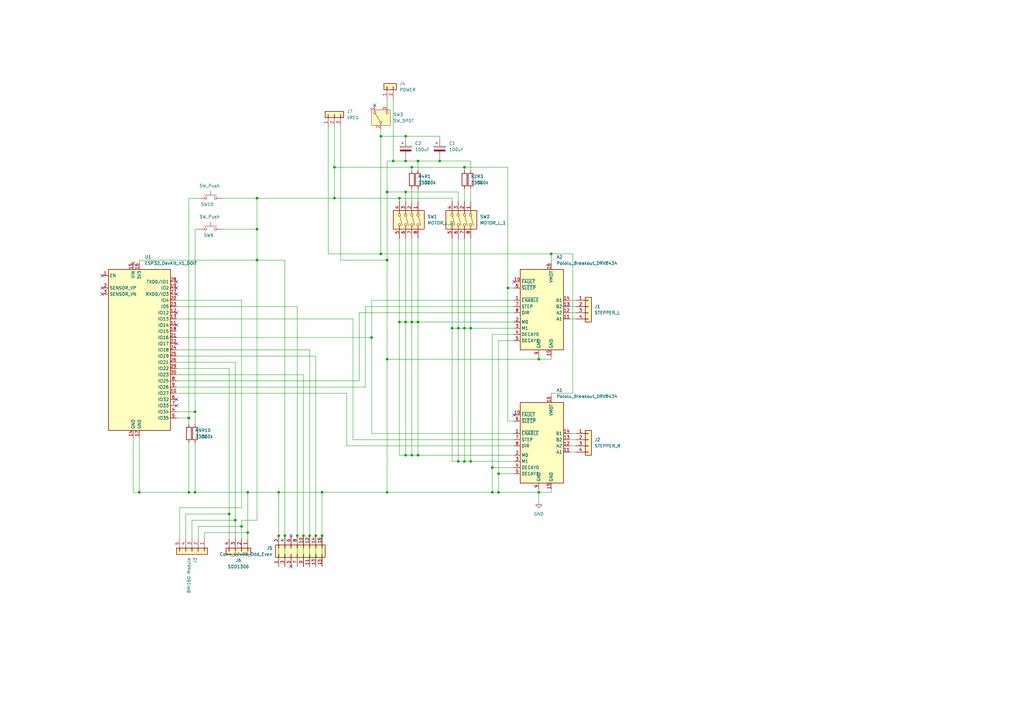
<source format=kicad_sch>
(kicad_sch (version 20230121) (generator eeschema)
  (paper "A3")
  (lib_symbols
    (symbol "Connector_Generic:Conn_01x02" (pin_names (offset 1.016) hide)
      (property "Reference" "J" (at 0 2.54 0))
      (property "Value" "Conn_01x02" (at 0 -5.08 0))
      (symbol "Conn_01x02_1_1"
        (rectangle (start -1.27 -2.413) (end 0 -2.667) (stroke (width 0.1524)))
        (rectangle (start -1.27 0.127) (end 0 -0.127) (stroke (width 0.1524)))
        (rectangle (start -1.27 1.27) (end 1.27 -3.81) (stroke (width 0.254)) (fill (type background)))
        (pin passive line (at -5.08 0 0) (length 3.81) (name "Pin_1") (number "1"))
        (pin passive line (at -5.08 -2.54 0) (length 3.81) (name "Pin_2") (number "2"))
      )
    )
    (symbol "Connector_Generic:Conn_01x03" (pin_names (offset 1.016) hide)
      (property "Reference" "J" (at 0 5.08 0))
      (property "Value" "Conn_01x03" (at 0 -5.08 0))
      (symbol "Conn_01x03_1_1"
        (rectangle (start -1.27 -2.413) (end 0 -2.667) (stroke (width 0.1524)))
        (rectangle (start -1.27 0.127) (end 0 -0.127) (stroke (width 0.1524)))
        (rectangle (start -1.27 2.667) (end 0 2.413) (stroke (width 0.1524)))
        (rectangle (start -1.27 3.81) (end 1.27 -3.81) (stroke (width 0.254)) (fill (type background)))
        (pin passive line (at -5.08 2.54 0) (length 3.81) (name "Pin_1") (number "1"))
        (pin passive line (at -5.08 0 0) (length 3.81) (name "Pin_2") (number "2"))
        (pin passive line (at -5.08 -2.54 0) (length 3.81) (name "Pin_3") (number "3"))
      )
    )
    (symbol "Connector_Generic:Conn_01x04" (pin_names (offset 1.016) hide)
      (property "Reference" "J" (at 0 5.08 0))
      (property "Value" "Conn_01x04" (at 0 -7.62 0))
      (symbol "Conn_01x04_1_1"
        (rectangle (start -1.27 -4.953) (end 0 -5.207) (stroke (width 0.1524)))
        (rectangle (start -1.27 -2.413) (end 0 -2.667) (stroke (width 0.1524)))
        (rectangle (start -1.27 0.127) (end 0 -0.127) (stroke (width 0.1524)))
        (rectangle (start -1.27 2.667) (end 0 2.413) (stroke (width 0.1524)))
        (rectangle (start -1.27 3.81) (end 1.27 -6.35) (stroke (width 0.254)) (fill (type background)))
        (pin passive line (at -5.08 2.54 0) (length 3.81) (name "Pin_1") (number "1"))
        (pin passive line (at -5.08 0 0) (length 3.81) (name "Pin_2") (number "2"))
        (pin passive line (at -5.08 -2.54 0) (length 3.81) (name "Pin_3") (number "3"))
        (pin passive line (at -5.08 -5.08 0) (length 3.81) (name "Pin_4") (number "4"))
      )
    )
    (symbol "Connector_Generic:Conn_01x05" (pin_names (offset 1.016) hide)
      (property "Reference" "J" (at 0 7.62 0))
      (property "Value" "Conn_01x05" (at 0 -7.62 0))
      (symbol "Conn_01x05_1_1"
        (rectangle (start -1.27 -4.953) (end 0 -5.207) (stroke (width 0.1524)))
        (rectangle (start -1.27 -2.413) (end 0 -2.667) (stroke (width 0.1524)))
        (rectangle (start -1.27 0.127) (end 0 -0.127) (stroke (width 0.1524)))
        (rectangle (start -1.27 2.667) (end 0 2.413) (stroke (width 0.1524)))
        (rectangle (start -1.27 5.207) (end 0 4.953) (stroke (width 0.1524)))
        (rectangle (start -1.27 6.35) (end 1.27 -6.35) (stroke (width 0.254)) (fill (type background)))
        (pin passive line (at -5.08 5.08 0) (length 3.81) (name "Pin_1") (number "1"))
        (pin passive line (at -5.08 2.54 0) (length 3.81) (name "Pin_2") (number "2"))
        (pin passive line (at -5.08 0 0) (length 3.81) (name "Pin_3") (number "3"))
        (pin passive line (at -5.08 -2.54 0) (length 3.81) (name "Pin_4") (number "4"))
        (pin passive line (at -5.08 -5.08 0) (length 3.81) (name "Pin_5") (number "5"))
      )
    )
    (symbol "Connector_Generic:Conn_02x08_Odd_Even" (pin_names (offset 1.016) hide)
      (property "Reference" "J" (at 1.27 10.16 0))
      (property "Value" "Conn_02x08_Odd_Even" (at 1.27 -12.7 0))
      (symbol "Conn_02x08_Odd_Even_1_1"
        (rectangle (start -1.27 -10.033) (end 0 -10.287) (stroke (width 0.1524)))
        (rectangle (start -1.27 -7.493) (end 0 -7.747) (stroke (width 0.1524)))
        (rectangle (start -1.27 -4.953) (end 0 -5.207) (stroke (width 0.1524)))
        (rectangle (start -1.27 -2.413) (end 0 -2.667) (stroke (width 0.1524)))
        (rectangle (start -1.27 0.127) (end 0 -0.127) (stroke (width 0.1524)))
        (rectangle (start -1.27 2.667) (end 0 2.413) (stroke (width 0.1524)))
        (rectangle (start -1.27 5.207) (end 0 4.953) (stroke (width 0.1524)))
        (rectangle (start -1.27 7.747) (end 0 7.493) (stroke (width 0.1524)))
        (rectangle (start -1.27 8.89) (end 3.81 -11.43) (stroke (width 0.254)) (fill (type background)))
        (rectangle (start 3.81 -10.033) (end 2.54 -10.287) (stroke (width 0.1524)))
        (rectangle (start 3.81 -7.493) (end 2.54 -7.747) (stroke (width 0.1524)))
        (rectangle (start 3.81 -4.953) (end 2.54 -5.207) (stroke (width 0.1524)))
        (rectangle (start 3.81 -2.413) (end 2.54 -2.667) (stroke (width 0.1524)))
        (rectangle (start 3.81 0.127) (end 2.54 -0.127) (stroke (width 0.1524)))
        (rectangle (start 3.81 2.667) (end 2.54 2.413) (stroke (width 0.1524)))
        (rectangle (start 3.81 5.207) (end 2.54 4.953) (stroke (width 0.1524)))
        (rectangle (start 3.81 7.747) (end 2.54 7.493) (stroke (width 0.1524)))
        (pin passive line (at -5.08 7.62 0) (length 3.81) (name "Pin_1") (number "1"))
        (pin passive line (at 7.62 -2.54 180) (length 3.81) (name "Pin_10") (number "10"))
        (pin passive line (at -5.08 -5.08 0) (length 3.81) (name "Pin_11") (number "11"))
        (pin passive line (at 7.62 -5.08 180) (length 3.81) (name "Pin_12") (number "12"))
        (pin passive line (at -5.08 -7.62 0) (length 3.81) (name "Pin_13") (number "13"))
        (pin passive line (at 7.62 -7.62 180) (length 3.81) (name "Pin_14") (number "14"))
        (pin passive line (at -5.08 -10.16 0) (length 3.81) (name "Pin_15") (number "15"))
        (pin passive line (at 7.62 -10.16 180) (length 3.81) (name "Pin_16") (number "16"))
        (pin passive line (at 7.62 7.62 180) (length 3.81) (name "Pin_2") (number "2"))
        (pin passive line (at -5.08 5.08 0) (length 3.81) (name "Pin_3") (number "3"))
        (pin passive line (at 7.62 5.08 180) (length 3.81) (name "Pin_4") (number "4"))
        (pin passive line (at -5.08 2.54 0) (length 3.81) (name "Pin_5") (number "5"))
        (pin passive line (at 7.62 2.54 180) (length 3.81) (name "Pin_6") (number "6"))
        (pin passive line (at -5.08 0 0) (length 3.81) (name "Pin_7") (number "7"))
        (pin passive line (at 7.62 0 180) (length 3.81) (name "Pin_8") (number "8"))
        (pin passive line (at -5.08 -2.54 0) (length 3.81) (name "Pin_9") (number "9"))
      )
    )
    (symbol "Device:C_Polarized" (pin_numbers hide) (pin_names (offset 0.254))
      (property "Reference" "C" (at 0.635 2.54 0))
      (property "Value" "C_Polarized" (at 0.635 -2.54 0))
      (symbol "C_Polarized_0_1"
        (rectangle (start -2.286 0.508) (end 2.286 1.016))
        (polyline (pts (xy -1.778 2.286) (xy -0.762 2.286)))
        (polyline (pts (xy -1.27 2.794) (xy -1.27 1.778)))
        (rectangle (start 2.286 -0.508) (end -2.286 -1.016) (fill (type outline)))
      )
      (symbol "C_Polarized_1_1"
        (pin passive line (at 0 3.81 270) (length 2.794) (name "~") (number "1"))
        (pin passive line (at 0 -3.81 90) (length 2.794) (name "~") (number "2"))
      )
    )
    (symbol "Device:R" (pin_numbers hide) (pin_names (offset 0))
      (property "Reference" "R" (at 2.032 0 90))
      (property "Value" "R" (at 0 0 90))
      (symbol "R_0_1"
        (rectangle (start -1.016 -2.54) (end 1.016 2.54) (stroke (width 0.254)))
      )
      (symbol "R_1_1"
        (pin passive line (at 0 3.81 270) (length 1.27) (name "~") (number "1"))
        (pin passive line (at 0 -3.81 90) (length 1.27) (name "~") (number "2"))
      )
    )
    (symbol "Pololu_Breakout_A4988_1"
      (property "Reference" "A2" (at 7.2741 20.32 0))
      (property "Value" "Pololu_Breakout_DRV8434" (at 7.2741 17.78 0))
      (symbol "Pololu_Breakout_A4988_1_0_1"
        (rectangle (start 10.16 -17.78) (end -7.62 15.24) (stroke (width 0.254)) (fill (type background)))
      )
      (symbol "Pololu_Breakout_A4988_1_1_1"
        (pin input line (at -10.16 2.54 0) (length 2.54) (name "~{ENABLE}") (number "1"))
        (pin input line (at -10.16 10.16 0) (length 2.54) (name "~{FAULT}") (number "10"))
        (pin output line (at 12.7 -5.08 180) (length 2.54) (name "A1") (number "11"))
        (pin output line (at 12.7 -2.54 180) (length 2.54) (name "A2") (number "12"))
        (pin output line (at 12.7 0 180) (length 2.54) (name "B2") (number "13"))
        (pin output line (at 12.7 2.54 180) (length 2.54) (name "B1") (number "14"))
        (pin power_in line (at 5.08 -20.32 90) (length 2.54) (name "GND") (number "15"))
        (pin power_in line (at 5.08 17.78 270) (length 2.54) (name "VMOT") (number "16"))
        (pin input line (at -10.16 -6.35 0) (length 2.54) (name "M0") (number "2"))
        (pin input line (at -10.16 -8.89 0) (length 2.54) (name "M1") (number "3"))
        (pin input line (at -10.16 -11.43 0) (length 2.54) (name "DECAY0") (number "4"))
        (pin input line (at -10.16 -13.97 0) (length 2.54) (name "DECAY1") (number "5"))
        (pin input line (at -10.16 7.62 0) (length 2.54) (name "~{SLEEP}") (number "6"))
        (pin input line (at -10.16 0 0) (length 2.54) (name "STEP") (number "7"))
        (pin input line (at -10.16 -2.54 0) (length 2.54) (name "DIR") (number "8"))
        (pin power_in line (at 0 -20.32 90) (length 2.54) (name "GND") (number "9"))
      )
    )
    (symbol "Switch:SW_DIP_x04" (pin_names (offset 0) hide)
      (property "Reference" "SW" (at 0 8.89 0))
      (property "Value" "SW_DIP_x04" (at 0 -6.35 0))
      (symbol "SW_DIP_x04_0_0"
        (circle (center -2.032 -2.54) (radius 0.508))
        (circle (center -2.032 0) (radius 0.508))
        (circle (center -2.032 2.54) (radius 0.508))
        (circle (center -2.032 5.08) (radius 0.508))
        (polyline (pts (xy -1.524 -2.3876) (xy 2.3622 -1.3462)))
        (polyline (pts (xy -1.524 0.127) (xy 2.3622 1.1684)))
        (polyline (pts (xy -1.524 2.667) (xy 2.3622 3.7084)))
        (polyline (pts (xy -1.524 5.207) (xy 2.3622 6.2484)))
        (circle (center 2.032 -2.54) (radius 0.508))
        (circle (center 2.032 0) (radius 0.508))
        (circle (center 2.032 2.54) (radius 0.508))
        (circle (center 2.032 5.08) (radius 0.508))
      )
      (symbol "SW_DIP_x04_0_1"
        (rectangle (start -3.81 7.62) (end 3.81 -5.08) (stroke (width 0.254)) (fill (type background)))
      )
      (symbol "SW_DIP_x04_1_1"
        (pin passive line (at -7.62 5.08 0) (length 5.08) (name "~") (number "1"))
        (pin passive line (at -7.62 2.54 0) (length 5.08) (name "~") (number "2"))
        (pin passive line (at -7.62 0 0) (length 5.08) (name "~") (number "3"))
        (pin passive line (at -7.62 -2.54 0) (length 5.08) (name "~") (number "4"))
        (pin passive line (at 7.62 -2.54 180) (length 5.08) (name "~") (number "5"))
        (pin passive line (at 7.62 0 180) (length 5.08) (name "~") (number "6"))
        (pin passive line (at 7.62 2.54 180) (length 5.08) (name "~") (number "7"))
        (pin passive line (at 7.62 5.08 180) (length 5.08) (name "~") (number "8"))
      )
    )
    (symbol "Switch:SW_Push" (pin_numbers hide) (pin_names (offset 1.016) hide)
      (property "Reference" "SW" (at 1.27 2.54 0))
      (property "Value" "SW_Push" (at 0 -1.524 0))
      (symbol "SW_Push_0_1"
        (circle (center -2.032 0) (radius 0.508))
        (polyline (pts (xy 0 1.27) (xy 0 3.048)))
        (polyline (pts (xy 2.54 1.27) (xy -2.54 1.27)))
        (circle (center 2.032 0) (radius 0.508))
        (pin passive line (at -5.08 0 0) (length 2.54) (name "1") (number "1"))
        (pin passive line (at 5.08 0 180) (length 2.54) (name "2") (number "2"))
      )
    )
    (symbol "Switch:SW_SPDT" (pin_names (offset 0) hide)
      (property "Reference" "SW" (at 0 5.08 0))
      (property "Value" "SW_SPDT" (at 0 -5.08 0))
      (symbol "SW_SPDT_0_1"
        (circle (center -2.032 0) (radius 0.4572))
        (polyline (pts (xy -1.651 0.254) (xy 1.651 2.286)))
        (circle (center 2.032 -2.54) (radius 0.4572))
        (circle (center 2.032 2.54) (radius 0.4572))
      )
      (symbol "SW_SPDT_1_1"
        (rectangle (start -3.175 3.81) (end 3.175 -3.81) (fill (type background)))
        (pin passive line (at 5.08 2.54 180) (length 2.54) (name "A") (number "1"))
        (pin passive line (at -5.08 0 0) (length 2.54) (name "B") (number "2"))
        (pin passive line (at 5.08 -2.54 180) (length 2.54) (name "C") (number "3"))
      )
    )
    (symbol "boards:ESP32_DevKit_V1_DOIT"
      (property "Reference" "U" (at -11.43 34.29 0))
      (property "Value" "ESP32_DevKit_V1_DOIT" (at 11.43 34.29 0))
      (symbol "ESP32_DevKit_V1_DOIT_1_1"
        (rectangle (start -12.7 33.02) (end 12.7 -33.02) (stroke (width 0.254)) (fill (type background)))
        (pin input line (at -15.24 30.48 0) (length 2.54) (name "EN") (number "1"))
        (pin bidirectional line (at 15.24 -17.78 180) (length 2.54) (name "IO27") (number "10"))
        (pin bidirectional line (at 15.24 10.16 180) (length 2.54) (name "IO14") (number "11"))
        (pin bidirectional line (at 15.24 15.24 180) (length 2.54) (name "IO12") (number "12"))
        (pin bidirectional line (at 15.24 12.7 180) (length 2.54) (name "IO13") (number "13"))
        (pin power_in line (at -2.54 -35.56 90) (length 2.54) (name "GND") (number "14"))
        (pin power_in line (at -2.54 35.56 270) (length 2.54) (name "VIN") (number "15"))
        (pin power_in line (at 0 35.56 270) (length 2.54) (name "3V3") (number "16"))
        (pin power_in line (at 0 -35.56 90) (length 2.54) (name "GND") (number "17"))
        (pin bidirectional line (at 15.24 7.62 180) (length 2.54) (name "IO15") (number "18"))
        (pin bidirectional line (at 15.24 25.4 180) (length 2.54) (name "IO2") (number "19"))
        (pin input line (at -15.24 25.4 0) (length 2.54) (name "SENSOR_VP") (number "2"))
        (pin bidirectional line (at 15.24 20.32 180) (length 2.54) (name "IO4") (number "20"))
        (pin bidirectional line (at 15.24 5.08 180) (length 2.54) (name "IO16") (number "21"))
        (pin bidirectional line (at 15.24 2.54 180) (length 2.54) (name "IO17") (number "22"))
        (pin bidirectional line (at 15.24 17.78 180) (length 2.54) (name "IO5") (number "23"))
        (pin bidirectional line (at 15.24 0 180) (length 2.54) (name "IO18") (number "24"))
        (pin bidirectional line (at 15.24 -2.54 180) (length 2.54) (name "IO19") (number "25"))
        (pin bidirectional line (at 15.24 -5.08 180) (length 2.54) (name "IO21") (number "26"))
        (pin bidirectional line (at 15.24 22.86 180) (length 2.54) (name "RXD0/IO3") (number "27"))
        (pin bidirectional line (at 15.24 27.94 180) (length 2.54) (name "TXD0/IO1") (number "28"))
        (pin bidirectional line (at 15.24 -7.62 180) (length 2.54) (name "IO22") (number "29"))
        (pin input line (at -15.24 22.86 0) (length 2.54) (name "SENSOR_VN") (number "3"))
        (pin bidirectional line (at 15.24 -10.16 180) (length 2.54) (name "IO23") (number "30"))
        (pin input line (at 15.24 -25.4 180) (length 2.54) (name "IO34") (number "4"))
        (pin input line (at 15.24 -27.94 180) (length 2.54) (name "IO35") (number "5"))
        (pin bidirectional line (at 15.24 -20.32 180) (length 2.54) (name "IO32") (number "6"))
        (pin bidirectional line (at 15.24 -22.86 180) (length 2.54) (name "IO33") (number "7"))
        (pin bidirectional line (at 15.24 -12.7 180) (length 2.54) (name "IO25") (number "8"))
        (pin bidirectional line (at 15.24 -15.24 180) (length 2.54) (name "IO26") (number "9"))
      )
    )
    (symbol "power:GND" (power) (pin_names (offset 0))
      (property "Value" "GND" (at 0 -3.81 0))
      (symbol "GND_0_1"
        (polyline (pts (xy 0 0) (xy 0 -1.27) (xy 1.27 -1.27) (xy 0 -2.54) (xy -1.27 -1.27) (xy 0 -1.27)))
      )
      (symbol "GND_1_1"
        (pin power_in line (at 0 0 270) (length 0) hide (name "GND") (number "1"))
      )
    )
  )
  (junction (at 114.3 219.71))
  (junction (at 105.41 93.98))
  (junction (at 105.41 81.28))
  (junction (at 156.21 55.88))
  (junction (at 57.15 201.93))
  (junction (at 163.83 132.08))
  (junction (at 77.47 171.45))
  (junction (at 171.45 132.08))
  (junction (at 156.21 104.14))
  (junction (at 190.5 134.62))
  (junction (at 99.06 215.9))
  (junction (at 166.37 78.74))
  (junction (at 80.01 201.93))
  (junction (at 124.46 219.71))
  (junction (at 201.93 201.93))
  (junction (at 168.91 132.08))
  (junction (at 190.5 68.58))
  (junction (at 158.75 147.32))
  (junction (at 101.6 201.93))
  (junction (at 101.6 218.44))
  (junction (at 204.47 201.93))
  (junction (at 166.37 55.88))
  (junction (at 187.96 134.62))
  (junction (at 171.45 66.04))
  (junction (at 168.91 68.58))
  (junction (at 152.4 138.43))
  (junction (at 193.04 189.23))
  (junction (at 180.34 66.04))
  (junction (at 185.42 134.62))
  (junction (at 80.01 168.91))
  (junction (at 132.08 219.71))
  (junction (at 158.75 201.93))
  (junction (at 96.52 213.36))
  (junction (at 220.98 147.32))
  (junction (at 116.84 219.71))
  (junction (at 220.98 201.93))
  (junction (at 127 219.71))
  (junction (at 129.54 219.71))
  (junction (at 163.83 81.28))
  (junction (at 93.98 210.82))
  (junction (at 168.91 186.69))
  (junction (at 158.75 78.74))
  (junction (at 137.16 81.28))
  (junction (at 105.41 106.68))
  (junction (at 161.29 66.04))
  (junction (at 158.75 106.68))
  (junction (at 190.5 189.23))
  (junction (at 171.45 186.69))
  (junction (at 132.08 201.93))
  (junction (at 208.28 118.11))
  (junction (at 193.04 134.62))
  (junction (at 204.47 194.31))
  (junction (at 166.37 132.08))
  (junction (at 201.93 191.77))
  (junction (at 77.47 201.93))
  (junction (at 137.16 68.58))
  (junction (at 166.37 186.69))
  (junction (at 166.37 66.04))
  (junction (at 114.3 201.93))
  (junction (at 226.06 104.14))
  (junction (at 187.96 189.23))
  (junction (at 121.92 219.71))
  (no_connect (at 119.38 219.71))
  (no_connect (at 72.39 120.65))
  (no_connect (at 54.61 107.95))
  (no_connect (at 72.39 118.11))
  (no_connect (at 210.82 115.57))
  (no_connect (at 72.39 128.27))
  (no_connect (at 41.91 113.03))
  (no_connect (at 41.91 120.65))
  (no_connect (at 119.38 232.41))
  (no_connect (at 72.39 115.57))
  (no_connect (at 72.39 140.97))
  (no_connect (at 72.39 133.35))
  (no_connect (at 41.91 118.11))
  (no_connect (at 153.67 43.18))
  (no_connect (at 72.39 166.37))
  (no_connect (at 210.82 170.18))
  (no_connect (at 72.39 163.83))
  (wire (pts (xy 233.68 180.34) (xy 236.22 180.34)))
  (wire (pts (xy 233.68 182.88) (xy 236.22 182.88)))
  (wire (pts (xy 144.78 180.34) (xy 210.82 180.34)))
  (wire (pts (xy 226.06 104.14) (xy 226.06 107.95)))
  (wire (pts (xy 72.39 158.75) (xy 149.86 158.75)))
  (wire (pts (xy 190.5 134.62) (xy 193.04 134.62)))
  (wire (pts (xy 220.98 201.93) (xy 204.47 201.93)))
  (wire (pts (xy 226.06 161.29) (xy 226.06 162.56)))
  (wire (pts (xy 81.28 220.98) (xy 81.28 215.9)))
  (wire (pts (xy 101.6 218.44) (xy 101.6 220.98)))
  (wire (pts (xy 180.34 55.88) (xy 166.37 55.88)))
  (wire (pts (xy 137.16 68.58) (xy 137.16 81.28)))
  (wire (pts (xy 166.37 78.74) (xy 187.96 78.74)))
  (wire (pts (xy 72.39 123.19) (xy 99.06 123.19)))
  (wire (pts (xy 180.34 57.15) (xy 180.34 55.88)))
  (wire (pts (xy 193.04 66.04) (xy 180.34 66.04)))
  (wire (pts (xy 168.91 97.79) (xy 168.91 132.08)))
  (wire (pts (xy 72.39 153.67) (xy 124.46 153.67)))
  (wire (pts (xy 96.52 213.36) (xy 96.52 148.59)))
  (wire (pts (xy 101.6 201.93) (xy 101.6 218.44)))
  (wire (pts (xy 144.78 130.81) (xy 144.78 180.34)))
  (wire (pts (xy 233.68 123.19) (xy 236.22 123.19)))
  (wire (pts (xy 234.95 104.14) (xy 234.95 161.29)))
  (wire (pts (xy 80.01 181.61) (xy 80.01 201.93)))
  (wire (pts (xy 185.42 97.79) (xy 185.42 134.62)))
  (wire (pts (xy 233.68 177.8) (xy 236.22 177.8)))
  (wire (pts (xy 80.01 93.98) (xy 80.01 168.91)))
  (wire (pts (xy 152.4 177.8) (xy 152.4 138.43)))
  (wire (pts (xy 134.62 52.07) (xy 134.62 104.14)))
  (wire (pts (xy 166.37 97.79) (xy 166.37 132.08)))
  (wire (pts (xy 147.32 128.27) (xy 210.82 128.27)))
  (wire (pts (xy 220.98 147.32) (xy 220.98 146.05)))
  (wire (pts (xy 163.83 97.79) (xy 163.83 132.08)))
  (wire (pts (xy 161.29 66.04) (xy 158.75 66.04)))
  (wire (pts (xy 166.37 186.69) (xy 168.91 186.69)))
  (wire (pts (xy 105.41 93.98) (xy 105.41 106.68)))
  (wire (pts (xy 166.37 132.08) (xy 168.91 132.08)))
  (wire (pts (xy 171.45 69.85) (xy 171.45 66.04)))
  (wire (pts (xy 193.04 134.62) (xy 193.04 189.23)))
  (wire (pts (xy 201.93 137.16) (xy 201.93 191.77)))
  (wire (pts (xy 91.44 81.28) (xy 105.41 81.28)))
  (wire (pts (xy 210.82 172.72) (xy 208.28 172.72)))
  (wire (pts (xy 99.06 215.9) (xy 99.06 213.36)))
  (wire (pts (xy 127 219.71) (xy 127 232.41)))
  (wire (pts (xy 166.37 66.04) (xy 161.29 66.04)))
  (wire (pts (xy 190.5 68.58) (xy 208.28 68.58)))
  (wire (pts (xy 137.16 81.28) (xy 163.83 81.28)))
  (wire (pts (xy 233.68 128.27) (xy 236.22 128.27)))
  (wire (pts (xy 201.93 201.93) (xy 158.75 201.93)))
  (wire (pts (xy 171.45 186.69) (xy 210.82 186.69)))
  (wire (pts (xy 114.3 201.93) (xy 132.08 201.93)))
  (wire (pts (xy 99.06 123.19) (xy 99.06 208.28)))
  (wire (pts (xy 190.5 77.47) (xy 190.5 82.55)))
  (wire (pts (xy 193.04 189.23) (xy 210.82 189.23)))
  (wire (pts (xy 163.83 81.28) (xy 185.42 81.28)))
  (wire (pts (xy 72.39 146.05) (xy 129.54 146.05)))
  (wire (pts (xy 158.75 78.74) (xy 166.37 78.74)))
  (wire (pts (xy 105.41 213.36) (xy 105.41 106.68)))
  (wire (pts (xy 185.42 81.28) (xy 185.42 82.55)))
  (wire (pts (xy 77.47 201.93) (xy 80.01 201.93)))
  (wire (pts (xy 204.47 194.31) (xy 204.47 201.93)))
  (wire (pts (xy 166.37 132.08) (xy 166.37 186.69)))
  (wire (pts (xy 208.28 118.11) (xy 210.82 118.11)))
  (wire (pts (xy 149.86 125.73) (xy 210.82 125.73)))
  (wire (pts (xy 127 219.71) (xy 127 143.51)))
  (wire (pts (xy 139.7 106.68) (xy 158.75 106.68)))
  (wire (pts (xy 163.83 81.28) (xy 163.83 82.55)))
  (wire (pts (xy 156.21 53.34) (xy 156.21 55.88)))
  (wire (pts (xy 93.98 210.82) (xy 76.2 210.82)))
  (wire (pts (xy 234.95 161.29) (xy 226.06 161.29)))
  (wire (pts (xy 80.01 168.91) (xy 72.39 168.91)))
  (wire (pts (xy 168.91 77.47) (xy 168.91 82.55)))
  (wire (pts (xy 161.29 40.64) (xy 161.29 66.04)))
  (wire (pts (xy 72.39 151.13) (xy 93.98 151.13)))
  (wire (pts (xy 185.42 134.62) (xy 187.96 134.62)))
  (wire (pts (xy 116.84 106.68) (xy 105.41 106.68)))
  (wire (pts (xy 171.45 77.47) (xy 171.45 82.55)))
  (wire (pts (xy 204.47 139.7) (xy 210.82 139.7)))
  (wire (pts (xy 80.01 93.98) (xy 81.28 93.98)))
  (wire (pts (xy 168.91 132.08) (xy 168.91 186.69)))
  (wire (pts (xy 137.16 52.07) (xy 137.16 68.58)))
  (wire (pts (xy 156.21 104.14) (xy 226.06 104.14)))
  (wire (pts (xy 96.52 148.59) (xy 72.39 148.59)))
  (wire (pts (xy 105.41 106.68) (xy 57.15 106.68)))
  (wire (pts (xy 210.82 132.08) (xy 171.45 132.08)))
  (wire (pts (xy 77.47 81.28) (xy 81.28 81.28)))
  (wire (pts (xy 77.47 171.45) (xy 77.47 173.99)))
  (wire (pts (xy 190.5 68.58) (xy 190.5 69.85)))
  (wire (pts (xy 187.96 134.62) (xy 190.5 134.62)))
  (wire (pts (xy 166.37 57.15) (xy 166.37 55.88)))
  (wire (pts (xy 57.15 179.07) (xy 57.15 201.93)))
  (wire (pts (xy 142.24 182.88) (xy 210.82 182.88)))
  (wire (pts (xy 77.47 181.61) (xy 77.47 201.93)))
  (wire (pts (xy 72.39 171.45) (xy 77.47 171.45)))
  (wire (pts (xy 210.82 177.8) (xy 152.4 177.8)))
  (wire (pts (xy 204.47 194.31) (xy 204.47 139.7)))
  (wire (pts (xy 163.83 132.08) (xy 163.83 186.69)))
  (wire (pts (xy 158.75 201.93) (xy 158.75 147.32)))
  (wire (pts (xy 114.3 219.71) (xy 114.3 232.41)))
  (wire (pts (xy 208.28 68.58) (xy 208.28 118.11)))
  (wire (pts (xy 201.93 191.77) (xy 201.93 201.93)))
  (wire (pts (xy 149.86 158.75) (xy 149.86 125.73)))
  (wire (pts (xy 193.04 69.85) (xy 193.04 66.04)))
  (wire (pts (xy 132.08 201.93) (xy 158.75 201.93)))
  (wire (pts (xy 93.98 210.82) (xy 93.98 220.98)))
  (wire (pts (xy 210.82 137.16) (xy 201.93 137.16)))
  (wire (pts (xy 142.24 161.29) (xy 142.24 182.88)))
  (wire (pts (xy 158.75 147.32) (xy 220.98 147.32)))
  (wire (pts (xy 152.4 123.19) (xy 210.82 123.19)))
  (wire (pts (xy 204.47 201.93) (xy 201.93 201.93)))
  (wire (pts (xy 168.91 68.58) (xy 190.5 68.58)))
  (wire (pts (xy 105.41 81.28) (xy 137.16 81.28)))
  (wire (pts (xy 129.54 219.71) (xy 129.54 232.41)))
  (wire (pts (xy 187.96 97.79) (xy 187.96 134.62)))
  (wire (pts (xy 105.41 81.28) (xy 105.41 93.98)))
  (wire (pts (xy 93.98 151.13) (xy 93.98 210.82)))
  (wire (pts (xy 134.62 104.14) (xy 156.21 104.14)))
  (wire (pts (xy 163.83 132.08) (xy 166.37 132.08)))
  (wire (pts (xy 57.15 106.68) (xy 57.15 107.95)))
  (wire (pts (xy 226.06 146.05) (xy 226.06 147.32)))
  (wire (pts (xy 91.44 93.98) (xy 105.41 93.98)))
  (wire (pts (xy 158.75 66.04) (xy 158.75 78.74)))
  (wire (pts (xy 96.52 220.98) (xy 96.52 213.36)))
  (wire (pts (xy 226.06 200.66) (xy 226.06 201.93)))
  (wire (pts (xy 132.08 219.71) (xy 132.08 231.14)))
  (wire (pts (xy 132.08 201.93) (xy 132.08 219.71)))
  (wire (pts (xy 193.04 77.47) (xy 193.04 82.55)))
  (wire (pts (xy 226.06 104.14) (xy 234.95 104.14)))
  (wire (pts (xy 121.92 219.71) (xy 121.92 232.41)))
  (wire (pts (xy 72.39 138.43) (xy 152.4 138.43)))
  (wire (pts (xy 233.68 130.81) (xy 236.22 130.81)))
  (wire (pts (xy 158.75 106.68) (xy 158.75 147.32)))
  (wire (pts (xy 99.06 208.28) (xy 73.66 208.28)))
  (wire (pts (xy 129.54 146.05) (xy 129.54 219.71)))
  (wire (pts (xy 101.6 201.93) (xy 114.3 201.93)))
  (wire (pts (xy 220.98 200.66) (xy 220.98 201.93)))
  (wire (pts (xy 73.66 208.28) (xy 73.66 220.98)))
  (wire (pts (xy 116.84 219.71) (xy 116.84 106.68)))
  (wire (pts (xy 116.84 219.71) (xy 116.84 232.41)))
  (wire (pts (xy 185.42 189.23) (xy 187.96 189.23)))
  (wire (pts (xy 114.3 201.93) (xy 114.3 219.71)))
  (wire (pts (xy 57.15 201.93) (xy 77.47 201.93)))
  (wire (pts (xy 233.68 125.73) (xy 236.22 125.73)))
  (wire (pts (xy 226.06 201.93) (xy 220.98 201.93)))
  (wire (pts (xy 193.04 97.79) (xy 193.04 134.62)))
  (wire (pts (xy 185.42 134.62) (xy 185.42 189.23)))
  (wire (pts (xy 96.52 213.36) (xy 78.74 213.36)))
  (wire (pts (xy 168.91 132.08) (xy 171.45 132.08)))
  (wire (pts (xy 139.7 52.07) (xy 139.7 106.68)))
  (wire (pts (xy 124.46 219.71) (xy 124.46 232.41)))
  (wire (pts (xy 168.91 186.69) (xy 171.45 186.69)))
  (wire (pts (xy 158.75 40.64) (xy 158.75 43.18)))
  (wire (pts (xy 80.01 201.93) (xy 101.6 201.93)))
  (wire (pts (xy 171.45 66.04) (xy 180.34 66.04)))
  (wire (pts (xy 180.34 64.77) (xy 180.34 66.04)))
  (wire (pts (xy 121.92 219.71) (xy 121.92 125.73)))
  (wire (pts (xy 233.68 185.42) (xy 236.22 185.42)))
  (wire (pts (xy 81.28 215.9) (xy 99.06 215.9)))
  (wire (pts (xy 166.37 78.74) (xy 166.37 82.55)))
  (wire (pts (xy 171.45 132.08) (xy 171.45 186.69)))
  (wire (pts (xy 187.96 134.62) (xy 187.96 189.23)))
  (wire (pts (xy 168.91 69.85) (xy 168.91 68.58)))
  (wire (pts (xy 190.5 97.79) (xy 190.5 134.62)))
  (wire (pts (xy 190.5 134.62) (xy 190.5 189.23)))
  (wire (pts (xy 76.2 210.82) (xy 76.2 220.98)))
  (wire (pts (xy 99.06 215.9) (xy 99.06 220.98)))
  (wire (pts (xy 190.5 189.23) (xy 193.04 189.23)))
  (wire (pts (xy 72.39 130.81) (xy 144.78 130.81)))
  (wire (pts (xy 72.39 156.21) (xy 147.32 156.21)))
  (wire (pts (xy 187.96 78.74) (xy 187.96 82.55)))
  (wire (pts (xy 83.82 220.98) (xy 83.82 218.44)))
  (wire (pts (xy 147.32 156.21) (xy 147.32 128.27)))
  (wire (pts (xy 54.61 179.07) (xy 54.61 201.93)))
  (wire (pts (xy 163.83 186.69) (xy 166.37 186.69)))
  (wire (pts (xy 220.98 201.93) (xy 220.98 205.74)))
  (wire (pts (xy 152.4 138.43) (xy 152.4 123.19)))
  (wire (pts (xy 193.04 134.62) (xy 210.82 134.62)))
  (wire (pts (xy 156.21 55.88) (xy 156.21 104.14)))
  (wire (pts (xy 99.06 213.36) (xy 105.41 213.36)))
  (wire (pts (xy 124.46 153.67) (xy 124.46 219.71)))
  (wire (pts (xy 83.82 218.44) (xy 101.6 218.44)))
  (wire (pts (xy 80.01 168.91) (xy 80.01 173.99)))
  (wire (pts (xy 78.74 213.36) (xy 78.74 220.98)))
  (wire (pts (xy 208.28 172.72) (xy 208.28 118.11)))
  (wire (pts (xy 171.45 132.08) (xy 171.45 97.79)))
  (wire (pts (xy 121.92 125.73) (xy 72.39 125.73)))
  (wire (pts (xy 166.37 55.88) (xy 156.21 55.88)))
  (wire (pts (xy 158.75 78.74) (xy 158.75 106.68)))
  (wire (pts (xy 187.96 189.23) (xy 190.5 189.23)))
  (wire (pts (xy 54.61 201.93) (xy 57.15 201.93)))
  (wire (pts (xy 77.47 171.45) (xy 77.47 81.28)))
  (wire (pts (xy 210.82 194.31) (xy 204.47 194.31)))
  (wire (pts (xy 166.37 66.04) (xy 171.45 66.04)))
  (wire (pts (xy 72.39 161.29) (xy 142.24 161.29)))
  (wire (pts (xy 137.16 68.58) (xy 168.91 68.58)))
  (wire (pts (xy 226.06 147.32) (xy 220.98 147.32)))
  (wire (pts (xy 201.93 191.77) (xy 210.82 191.77)))
  (wire (pts (xy 166.37 64.77) (xy 166.37 66.04)))
  (wire (pts (xy 127 143.51) (xy 72.39 143.51)))
  (symbol (lib_id "power:GND") (at 220.98 205.74 0) (unit 1)
    (property "Reference" "#PWR01" (effects hide))
    (property "Value" "GND" (at 220.98 210.82 0))
  )
  (symbol (lib_id "Device:R") (at 171.45 73.66 0) (unit 1)
    (property "Reference" "R1" (at 173.99 72.39 0) (effects (justify left)))
    (property "Value" "330k" (at 173.99 74.93 0) (effects (justify left)))
    (property "Footprint" "Resistor_THT:R_Axial_DIN0207_L6.3mm_D2.5mm_P2.54mm_Vertical" (effects hide))
  )
  (symbol (lib_id "Connector_Generic:Conn_01x05") (at 78.74 226.06 270) (unit 1)
    (property "Reference" "J3" (at 80.01 228.6 0) (effects (justify left)))
    (property "Value" "BMI160 Module" (at 77.47 228.6 0) (effects (justify left)))
    (property "Footprint" "Connector_JST:JST_PH_B5B-PH-K_1x05_P2.00mm_Vertical" (effects hide))
  )
  (symbol (lib_name "Pololu_Breakout_A4988_1") (lib_id "Driver_Motor:Pololu_Breakout_A4988") (at 220.98 125.73 0) (unit 1)
    (property "Reference" "A2" (at 228.2541 105.41 0) (effects (justify left)))
    (property "Value" "Pololu_Breakout_DRV8434" (at 228.2541 107.95 0) (effects (justify left)))
    (property "Footprint" "Module:Pololu_Breakout-16_15.2x20.3mm" (effects hide))
    (property "Datasheet" "https://www.pololu.com/product/2980/pictures" (effects hide))
  )
  (symbol (lib_id "Device:R") (at 168.91 73.66 0) (unit 1)
    (property "Reference" "R4" (at 171.45 72.39 0) (effects (justify left)))
    (property "Value" "330k" (at 171.45 74.93 0) (effects (justify left)))
    (property "Footprint" "Resistor_THT:R_Axial_DIN0207_L6.3mm_D2.5mm_P2.54mm_Vertical" (effects hide))
  )
  (symbol (lib_id "Switch:SW_DIP_x04") (at 187.96 90.17 270) (unit 1)
    (property "Reference" "SW2" (at 196.85 88.9 90) (effects (justify left)))
    (property "Value" "MOTOR_L_1" (at 196.85 91.44 90) (effects (justify left)))
    (property "Footprint" "Button_Switch_THT:SW_DIP_SPSTx04_Slide_9.78x12.34mm_W7.62mm_P2.54mm" (effects hide))
  )
  (symbol (lib_id "Connector_Generic:Conn_01x03") (at 137.16 46.99 90) (unit 1)
    (property "Reference" "J7" (at 142.24 45.72 90) (effects (justify right)))
    (property "Value" "VREG" (at 142.24 48.26 90) (effects (justify right)))
    (property "Footprint" "Connector_PinHeader_2.00mm:PinHeader_1x03_P2.00mm_Vertical" (effects hide))
  )
  (symbol (lib_id "Device:R") (at 193.04 73.66 0) (unit 1)
    (property "Reference" "R3" (at 195.58 72.39 0) (effects (justify left)))
    (property "Value" "330k" (at 195.58 74.93 0) (effects (justify left)))
    (property "Footprint" "Resistor_THT:R_Axial_DIN0207_L6.3mm_D2.5mm_P2.54mm_Vertical" (effects hide))
  )
  (symbol (lib_name "Pololu_Breakout_A4988_1") (lib_id "Driver_Motor:Pololu_Breakout_A4988") (at 220.98 180.34 0) (unit 1)
    (property "Reference" "A1" (at 228.2541 160.02 0) (effects (justify left)))
    (property "Value" "Pololu_Breakout_DRV8434" (at 228.2541 162.56 0) (effects (justify left)))
    (property "Footprint" "Module:Pololu_Breakout-16_15.2x20.3mm" (effects hide))
    (property "Datasheet" "https://www.pololu.com/product/2980/pictures" (effects hide))
  )
  (symbol (lib_id "Connector_Generic:Conn_01x04") (at 241.3 180.34 0) (unit 1)
    (property "Reference" "J2" (at 243.84 180.34 0) (effects (justify left)))
    (property "Value" "STEPPER_R" (at 243.84 182.88 0) (effects (justify left)))
    (property "Footprint" "Connector_JST:JST_PH_B4B-PH-K_1x04_P2.00mm_Vertical" (effects hide))
  )
  (symbol (lib_id "Device:C_Polarized") (at 166.37 60.96 0) (unit 1)
    (property "Reference" "C2" (at 170.18 58.801 0) (effects (justify left)))
    (property "Value" "100uF" (at 170.18 61.341 0) (effects (justify left)))
    (property "Footprint" "Capacitor_THT:CP_Radial_Tantal_D6.0mm_P2.50mm" (effects hide))
  )
  (symbol (lib_id "Switch:SW_SPDT") (at 156.21 48.26 90) (unit 1)
    (property "Reference" "SW3" (at 161.29 46.99 90) (effects (justify right)))
    (property "Value" "SW_SPDT" (at 161.29 49.53 90) (effects (justify right)))
    (property "Footprint" "boards:SW_Toggle_Blue_wSlots" (effects hide))
  )
  (symbol (lib_id "Device:R") (at 77.47 177.8 0) (unit 1)
    (property "Reference" "R9" (at 80.01 176.53 0) (effects (justify left)))
    (property "Value" "330k" (at 80.01 179.07 0) (effects (justify left)))
    (property "Footprint" "Resistor_THT:R_Axial_DIN0207_L6.3mm_D2.5mm_P2.54mm_Vertical" (effects hide))
  )
  (symbol (lib_id "Connector_Generic:Conn_01x02") (at 158.75 35.56 90) (unit 1)
    (property "Reference" "J4" (at 163.83 34.29 90) (effects (justify right)))
    (property "Value" "POWER" (at 163.83 36.83 90) (effects (justify right)))
    (property "Footprint" "Connector_JST:JST_PH_B2B-PH-K_1x02_P2.00mm_Vertical" (effects hide))
  )
  (symbol (lib_id "Device:R") (at 80.01 177.8 0) (unit 1)
    (property "Reference" "R10" (at 82.55 176.53 0) (effects (justify left)))
    (property "Value" "330k" (at 82.55 179.07 0) (effects (justify left)))
    (property "Footprint" "Resistor_THT:R_Axial_DIN0207_L6.3mm_D2.5mm_P2.54mm_Vertical" (effects hide))
  )
  (symbol (lib_id "boards:ESP32_DevKit_V1_DOIT") (at 57.15 143.51 0) (unit 1)
    (property "Reference" "U1" (at 59.3441 105.41 0) (effects (justify left)))
    (property "Value" "ESP32_DevKit_V1_DOIT" (at 59.3441 107.95 0) (effects (justify left)))
    (property "Footprint" "boards:esp32_devkit_v1_doit" (effects hide))
    (property "Datasheet" "https://aliexpress.com/item/32864722159.html" (effects hide))
  )
  (symbol (lib_id "Switch:SW_Push") (at 86.36 81.28 0) (unit 1)
    (property "Reference" "SW10" (at 87.63 83.82 0) (effects (justify right)))
    (property "Value" "SW_Push" (at 90.17 76.2 0) (effects (justify right)))
    (property "Footprint" "Button_Switch_THT:SW_PUSH_6mm_H5mm" (effects hide))
  )
  (symbol (lib_id "Switch:SW_DIP_x04") (at 166.37 90.17 270) (unit 1)
    (property "Reference" "SW1" (at 175.26 88.9 90) (effects (justify left)))
    (property "Value" "MOTOR_L_0" (at 175.26 91.44 90) (effects (justify left)))
    (property "Footprint" "Button_Switch_THT:SW_DIP_SPSTx04_Slide_9.78x12.34mm_W7.62mm_P2.54mm" (effects hide))
  )
  (symbol (lib_id "Device:C_Polarized") (at 180.34 60.96 0) (unit 1)
    (property "Reference" "C1" (at 184.15 58.801 0) (effects (justify left)))
    (property "Value" "100uF" (at 184.15 61.341 0) (effects (justify left)))
    (property "Footprint" "Capacitor_THT:CP_Radial_Tantal_D6.0mm_P2.50mm" (effects hide))
  )
  (symbol (lib_id "Connector_Generic:Conn_01x04") (at 99.06 226.06 270) (unit 1)
    (property "Reference" "J6" (at 97.79 229.87 90))
    (property "Value" "SDD1306" (at 97.79 232.41 90))
    (property "Footprint" "Connector_PinHeader_2.54mm:PinHeader_1x04_P2.54mm_Vertical" (effects hide))
  )
  (symbol (lib_id "Device:R") (at 190.5 73.66 0) (unit 1)
    (property "Reference" "R2" (at 193.04 72.39 0) (effects (justify left)))
    (property "Value" "330k" (at 193.04 74.93 0) (effects (justify left)))
    (property "Footprint" "Resistor_THT:R_Axial_DIN0207_L6.3mm_D2.5mm_P2.54mm_Vertical" (effects hide))
  )
  (symbol (lib_id "Switch:SW_Push") (at 86.36 93.98 0) (unit 1)
    (property "Reference" "SW9" (at 87.63 96.52 0) (effects (justify right)))
    (property "Value" "SW_Push" (at 90.17 88.9 0) (effects (justify right)))
    (property "Footprint" "Button_Switch_THT:SW_PUSH_6mm_H5mm" (effects hide))
  )
  (symbol (lib_id "Connector_Generic:Conn_01x04") (at 241.3 125.73 0) (unit 1)
    (property "Reference" "J1" (at 243.84 125.73 0) (effects (justify left)))
    (property "Value" "STEPPER_L" (at 243.84 128.27 0) (effects (justify left)))
    (property "Footprint" "Connector_JST:JST_PH_B4B-PH-K_1x04_P2.00mm_Vertical" (effects hide))
  )
  (symbol (lib_id "Connector_Generic:Conn_02x08_Odd_Even") (at 121.92 227.33 90) (unit 1)
    (property "Reference" "J5" (at 111.76 224.79 90) (effects (justify left)))
    (property "Value" "Conn_02x08_Odd_Even" (at 111.76 227.33 90) (effects (justify left)))
    (property "Footprint" "Connector_PinHeader_2.54mm:PinHeader_2x08_P2.54mm_Vertical" (effects hide))
  )
)
</source>
